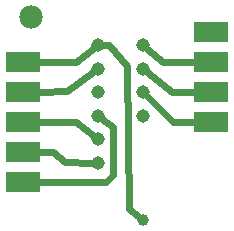
<source format=gbl>
G04 MADE WITH FRITZING*
G04 WWW.FRITZING.ORG*
G04 DOUBLE SIDED*
G04 HOLES PLATED*
G04 CONTOUR ON CENTER OF CONTOUR VECTOR*
%ASAXBY*%
%FSLAX23Y23*%
%MOIN*%
%OFA0B0*%
%SFA1.0B1.0*%
%ADD10C,0.039370*%
%ADD11C,0.044882*%
%ADD12C,0.078000*%
%ADD13R,0.118110X0.068898*%
%ADD14C,0.024000*%
%ADD15R,0.001000X0.001000*%
%LNCOPPER0*%
G90*
G70*
G54D10*
X475Y106D03*
G54D11*
X475Y688D03*
X475Y609D03*
X475Y531D03*
X475Y452D03*
X325Y688D03*
X325Y609D03*
X325Y531D03*
X325Y452D03*
X325Y373D03*
X325Y294D03*
G54D12*
X100Y781D03*
G54D13*
X700Y531D03*
X700Y431D03*
X75Y331D03*
X75Y231D03*
X700Y731D03*
X75Y631D03*
X75Y431D03*
X75Y531D03*
X700Y631D03*
G54D14*
X427Y141D02*
X421Y619D01*
D02*
X361Y689D02*
X343Y688D01*
D02*
X421Y619D02*
X361Y689D01*
D02*
X459Y117D02*
X427Y141D01*
D02*
X250Y630D02*
X128Y630D01*
D02*
X310Y677D02*
X250Y630D01*
D02*
X220Y535D02*
X309Y599D01*
D02*
X128Y532D02*
X220Y535D01*
D02*
X350Y230D02*
X375Y256D01*
D02*
X373Y413D02*
X339Y440D01*
D02*
X375Y256D02*
X373Y413D01*
D02*
X128Y230D02*
X350Y230D01*
D02*
X175Y331D02*
X215Y298D01*
D02*
X215Y298D02*
X306Y295D01*
D02*
X128Y331D02*
X175Y331D01*
D02*
X250Y430D02*
X310Y384D01*
D02*
X128Y430D02*
X250Y430D01*
D02*
X542Y631D02*
X489Y676D01*
D02*
X646Y631D02*
X542Y631D01*
D02*
X571Y531D02*
X489Y598D01*
D02*
X646Y531D02*
X571Y531D01*
D02*
X646Y430D02*
X574Y430D01*
D02*
X574Y430D02*
X488Y517D01*
G54D15*
D02*
G04 End of Copper0*
M02*
</source>
